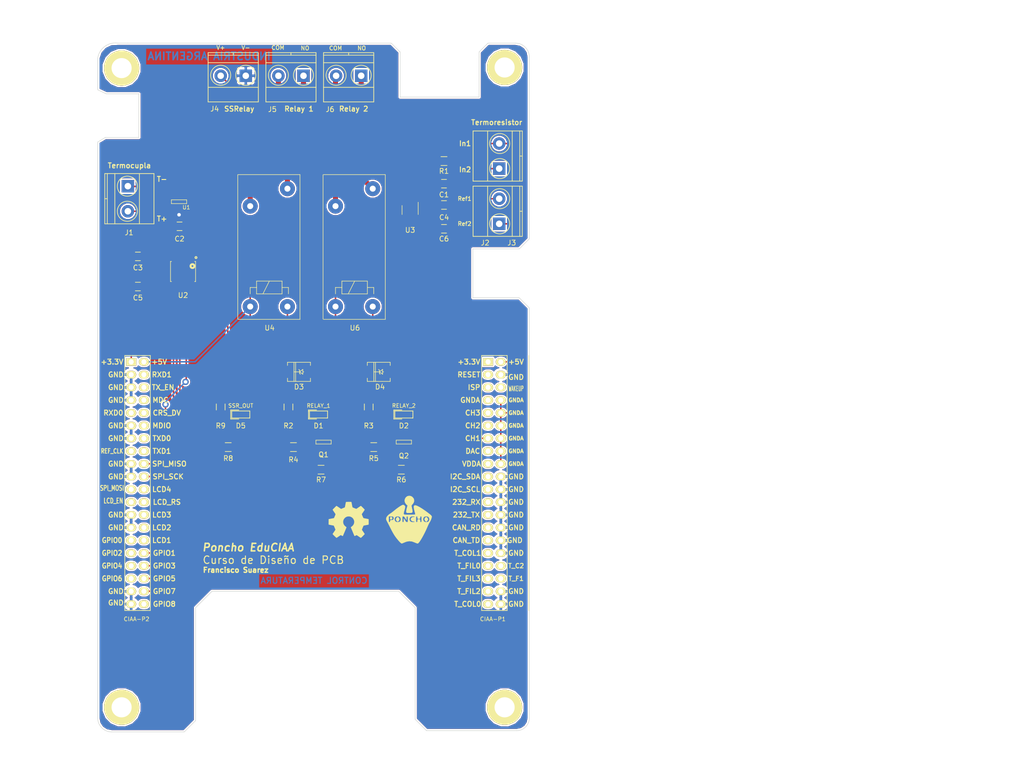
<source format=kicad_pcb>
(kicad_pcb (version 4) (host pcbnew 4.0.7-e1-6374~58~ubuntu16.04.1)
  (title_block (title "Poncho Edu CIAA - Esquemático Jerarquico") (date 2017-07-13) (rev "Autor: Francisco Suárez") (company "CESE - Trabajo final de la materia \"Diseño de Circuitos Impresos\"") (comment 1 "Licencia: 'Docs/Licencia.txt\"") (comment 2 "Revisor:  Mariano Orlante") (comment 3 "Autor: Francisco Suárez"))
  (layers (0 F.Cu mixed) (31 B.Cu mixed hide) (37 F.SilkS user) (39 F.Mask user) (44 Edge.Cuts user))
  (net 0 "")
  (net 1 "Net-(C2-Pad1)")
  (net 2 "Net-(C2-Pad2)")
  (net 3 GND)
  (net 4 +5V)
  (net 5 "Net-(D1-Pad1)")
  (net 6 "Net-(D1-Pad2)")
  (net 7 "Net-(D2-Pad1)")
  (net 8 "Net-(D2-Pad2)")
  (net 9 "Net-(D5-Pad2)")
  (net 10 "Net-(F1-Pad1)")
  (net 11 "Net-(F2-Pad1)")
  (net 12 "Net-(J2-Pad2)")
  (net 13 "Net-(J4-Pad2)")
  (net 14 "Net-(J5-Pad1)")
  (net 15 "Net-(J5-Pad2)")
  (net 16 "Net-(J6-Pad1)")
  (net 17 "Net-(J6-Pad2)")
  (net 18 "Net-(Q1-Pad1)")
  (net 19 "Net-(Q2-Pad1)")
  (net 20 /conector_ciaa/GPIO_3)
  (net 21 /conector_ciaa/GPIO_1)
  (net 22 /inputs_temp/SCK_TCUP)
  (net 23 /inputs_temp/MISO_TCUP)
  (net 24 "Net-(U2-Pad8)")
  (net 25 /conector_ciaa/ADC_1)
  (net 26 "Net-(XA1-Pad11)")
  (net 27 "Net-(XA1-Pad6)")
  (net 28 "Net-(XA1-Pad15)")
  (net 29 "Net-(XA1-Pad17)")
  (net 30 "Net-(XA1-Pad19)")
  (net 31 "Net-(XA1-Pad21)")
  (net 32 "Net-(XA1-Pad23)")
  (net 33 "Net-(XA1-Pad25)")
  (net 34 "Net-(XA1-Pad27)")
  (net 35 "Net-(XA1-Pad29)")
  (net 36 "Net-(XA1-Pad31)")
  (net 37 "Net-(XA1-Pad33)")
  (net 38 "Net-(XA1-Pad34)")
  (net 39 "Net-(XA1-Pad36)")
  (net 40 "Net-(XA1-Pad35)")
  (net 41 "Net-(XA1-Pad37)")
  (net 42 "Net-(XA1-Pad3)")
  (net 43 "Net-(XA1-Pad5)")
  (net 44 "Net-(XA1-Pad7)")
  (net 45 "Net-(XA1-Pad9)")
  (net 46 "Net-(XA1-Pad39)")
  (net 47 "Net-(XA1-Pad44)")
  (net 48 "Net-(XA1-Pad46)")
  (net 49 "Net-(XA1-Pad48)")
  (net 50 "Net-(XA1-Pad49)")
  (net 51 "Net-(XA1-Pad50)")
  (net 52 "Net-(XA1-Pad52)")
  (net 53 "Net-(XA1-Pad54)")
  (net 54 "Net-(XA1-Pad55)")
  (net 55 "Net-(XA1-Pad56)")
  (net 56 "Net-(XA1-Pad61)")
  (net 57 "Net-(XA1-Pad62)")
  (net 58 "Net-(XA1-Pad63)")
  (net 59 "Net-(XA1-Pad64)")
  (net 60 "Net-(XA1-Pad66)")
  (net 61 "Net-(XA1-Pad68)")
  (net 62 "Net-(XA1-Pad70)")
  (net 63 "Net-(XA1-Pad73)")
  (net 64 "Net-(XA1-Pad75)")
  (net 65 "Net-(XA1-Pad80)")
  (net 66 "Net-(C1-Pad2)")
  (net 67 "Net-(F3-Pad1)")
  (net 68 GNDA)
  (net 69 /conector_ciaa/GPIO_5)
  (net 70 /conector_ciaa/GPIO_7)
  (net 71 "Net-(XA1-Pad69)")
  (net 72 "Net-(XA1-Pad71)")
  (net 73 +3V3)
  (net 74 +5VD)
  (net 75 "Net-(XA1-Pad1)")
  (module footprints:TerminalBlock_Pheonix_MKDS1.5-2pol (layer F.Cu) (at 158 57.5 90)
    (fp_text reference J2 (at -14.8 -2.8 180) (layer F.SilkS))
    (fp_text value Screw_Terminal_1x02)
    (pad 1 thru_hole rect (at 0 0 90) (size 2.5 2.5) (drill 1.3) (layers *.Cu *.Mask) (net 4 +5V))
    (pad 2 thru_hole circle (at 5 0 90) (size 2.5 2.5) (drill 1.3) (layers *.Cu *.Mask) (net 12 "Net-(J2-Pad2)"))
  )
  (module footprints:Conn_Poncho_Completo (layer F.Cu) (at 155.78 96.02)
    (fp_text reference XA1 hide)
    (fp_text value Conn_Poncho2P_2x_20x2 hide)
    (fp_text user GPIO8 (at -64.516 48.26) (layer F.SilkS) (effects (font (thickness 0.2))))
    (fp_text user GPIO7 (at -64.516 45.72) (layer F.SilkS) (effects (font (thickness 0.2))))
    (fp_text user GPIO5 (at -64.516 43.18) (layer F.SilkS) (effects (font (thickness 0.2))))
    (fp_text user GPIO3 (at -64.516 40.64) (layer F.SilkS) (effects (font (thickness 0.2))))
    (fp_text user GPIO1 (at -64.516 38.1) (layer F.SilkS) (effects (font (thickness 0.2))))
    (fp_text user LCD1 (at -65.024 35.56) (layer F.SilkS) (effects (font (thickness 0.2))))
    (fp_text user LCD2 (at -65.024 33.02) (layer F.SilkS) (effects (font (thickness 0.2))))
    (fp_text user LCD3 (at -65.024 30.48) (layer F.SilkS) (effects (font (thickness 0.2))))
    (fp_text user LCD_RS (at -64.008 27.94) (layer F.SilkS) (effects (font (thickness 0.2))))
    (fp_text user LCD4 (at -65.024 25.4) (layer F.SilkS) (effects (font (thickness 0.2))))
    (fp_text user SPI_SCK (at -63.754 22.86) (layer F.SilkS) (effects (font (thickness 0.2))))
    (fp_text user SPI_MISO (at -63.5 20.32) (layer F.SilkS) (effects (font (thickness 0.2))))
    (fp_text user TXD1 (at -65.024 17.78) (layer F.SilkS) (effects (font (thickness 0.2))))
    (fp_text user TXD0 (at -65.024 15.24) (layer F.SilkS) (effects (font (thickness 0.2))))
    (fp_text user MDIO (at -65.024 12.7) (layer F.SilkS) (effects (font (thickness 0.2))))
    (fp_text user CRS_DV (at -64.008 10.16) (layer F.SilkS) (effects (font (thickness 0.2))))
    (fp_text user MDC (at -65.278 7.62) (layer F.SilkS) (effects (font (thickness 0.2))))
    (fp_text user TX_EN (at -64.77 5.08) (layer F.SilkS) (effects (font (thickness 0.2))))
    (fp_text user RXD1 (at -65.024 2.54) (layer F.SilkS) (effects (font (thickness 0.2))))
    (fp_text user +5V (at -65.532 0) (layer F.SilkS) (effects (font (thickness 0.2))))
    (fp_text user GND (at -74.168 48.006) (layer F.SilkS) (effects (font (thickness 0.2))))
    (fp_text user GND (at -74.168 45.72) (layer F.SilkS) (effects (font (thickness 0.2))))
    (fp_text user GPIO6 (at -74.93 43.18) (layer F.SilkS) (effects (font (size 1 0.9) (thickness 0.2))))
    (fp_text user GPIO4 (at -74.93 40.64) (layer F.SilkS) (effects (font (size 1 0.9) (thickness 0.2))))
    (fp_text user GPIO2 (at -74.93 38.1) (layer F.SilkS) (effects (font (size 1 0.9) (thickness 0.2))))
    (fp_text user GPIO0 (at -74.93 35.56) (layer F.SilkS) (effects (font (size 1 0.9) (thickness 0.2))))
    (fp_text user GND (at -74.168 33.02) (layer F.SilkS) (effects (font (thickness 0.2))))
    (fp_text user GND (at -74.168 30.48) (layer F.SilkS) (effects (font (thickness 0.2))))
    (fp_text user LCD_EN (at -74.676 27.686) (layer F.SilkS) (effects (font (size 1 0.7) (thickness 0.17))))
    (fp_text user SPI_MOSI (at -74.93 25.146) (layer F.SilkS) (effects (font (size 1 0.7) (thickness 0.17))))
    (fp_text user GND (at -74.168 22.86) (layer F.SilkS) (effects (font (thickness 0.2))))
    (fp_text user GND (at -74.168 20.32) (layer F.SilkS) (effects (font (thickness 0.2))))
    (fp_text user REF_CLK (at -74.93 17.78) (layer F.SilkS) (effects (font (size 0.9 0.7) (thickness 0.175))))
    (fp_text user GND (at -74.168 15.24) (layer F.SilkS) (effects (font (thickness 0.2))))
    (fp_text user GND (at -74.168 12.7) (layer F.SilkS) (effects (font (thickness 0.2))))
    (fp_text user GND (at -74.168 7.62) (layer F.SilkS) (effects (font (thickness 0.2))))
    (fp_text user RXD0 (at -74.676 10.16) (layer F.SilkS) (effects (font (thickness 0.2))))
    (fp_text user GND (at -74.168 5.08) (layer F.SilkS) (effects (font (thickness 0.2))))
    (fp_text user GND (at -74.168 2.54) (layer F.SilkS) (effects (font (thickness 0.2))))
    (fp_text user +3.3V (at -74.93 0) (layer F.SilkS) (effects (font (thickness 0.2))))
    (fp_text user GND (at 5.588 48.26) (layer F.SilkS) (effects (font (thickness 0.2))))
    (fp_text user GND (at 5.588 45.72) (layer F.SilkS) (effects (font (thickness 0.2))))
    (fp_text user T_F1 (at 5.588 43.18) (layer F.SilkS) (effects (font (size 0.9 0.9) (thickness 0.18))))
    (fp_text user T_C2 (at 5.588 40.64) (layer F.SilkS) (effects (font (size 0.9 0.9) (thickness 0.18))))
    (fp_text user GND (at 5.588 38.1) (layer F.SilkS) (effects (font (thickness 0.2))))
    (fp_text user GND (at 5.334 35.56) (layer F.SilkS) (effects (font (thickness 0.2))))
    (fp_text user GND (at 5.588 33.02) (layer F.SilkS) (effects (font (thickness 0.2))))
    (fp_text user GND (at 5.588 30.48) (layer F.SilkS) (effects (font (thickness 0.2))))
    (fp_text user GND (at 5.588 27.94) (layer F.SilkS) (effects (font (thickness 0.2))))
    (fp_text user GND (at 5.588 25.4) (layer F.SilkS) (effects (font (thickness 0.2))))
    (fp_text user GND (at 5.588 22.86) (layer F.SilkS) (effects (font (thickness 0.2))))
    (fp_text user GNDA (at 5.588 20.32) (layer F.SilkS) (effects (font (size 0.76 0.76) (thickness 0.19))))
    (fp_text user GNDA (at 5.588 17.78) (layer F.SilkS) (effects (font (size 0.76 0.76) (thickness 0.19))))
    (fp_text user GNDA (at 5.588 15.24) (layer F.SilkS) (effects (font (size 0.76 0.76) (thickness 0.19))))
    (fp_text user GNDA (at 5.588 12.7) (layer F.SilkS) (effects (font (size 0.76 0.76) (thickness 0.19))))
    (fp_text user GNDA (at 5.588 10.16) (layer F.SilkS) (effects (font (size 0.76 0.76) (thickness 0.19))))
    (fp_text user GNDA (at 5.588 7.62) (layer F.SilkS) (effects (font (size 0.76 0.76) (thickness 0.19))))
    (fp_text user WAKEUP (at 5.588 5.334) (layer F.SilkS) (effects (font (size 1 0.5) (thickness 0.125))))
    (fp_text user GND (at 5.588 3.048) (layer F.SilkS) (effects (font (thickness 0.2))))
    (fp_text user +5V (at 5.588 0) (layer F.SilkS) (effects (font (thickness 0.2))))
    (fp_text user T_COL0 (at -4.064 48.26) (layer F.SilkS) (effects (font (thickness 0.2))))
    (fp_text user T_FIL2 (at -3.81 45.72) (layer F.SilkS) (effects (font (thickness 0.2))))
    (fp_text user T_FIL3 (at -3.81 43.18) (layer F.SilkS) (effects (font (thickness 0.2))))
    (fp_text user T_FIL0 (at -3.81 40.64) (layer F.SilkS) (effects (font (thickness 0.2))))
    (fp_text user T_COL1 (at -4.064 38.1) (layer F.SilkS) (effects (font (thickness 0.2))))
    (fp_text user CAN_TD (at -4.318 35.56) (layer F.SilkS) (effects (font (thickness 0.2))))
    (fp_text user CAN_RD (at -4.318 33.02) (layer F.SilkS) (effects (font (thickness 0.2))))
    (fp_text user 232_TX (at -4.318 30.48) (layer F.SilkS) (effects (font (thickness 0.2))))
    (fp_text user 232_RX (at -4.318 27.94) (layer F.SilkS) (effects (font (thickness 0.2))))
    (fp_text user I2C_SCL (at -4.572 25.4) (layer F.SilkS) (effects (font (thickness 0.2))))
    (fp_text user I2C_SDA (at -4.572 22.86) (layer F.SilkS) (effects (font (thickness 0.2))))
    (fp_text user VDDA (at -3.302 20.32) (layer F.SilkS) (effects (font (thickness 0.2))))
    (fp_text user DAC (at -3.048 17.78) (layer F.SilkS) (effects (font (thickness 0.2))))
    (fp_text user CH1 (at -3.048 15.24) (layer F.SilkS) (effects (font (thickness 0.2))))
    (fp_text user CH2 (at -3.048 12.7) (layer F.SilkS) (effects (font (thickness 0.2))))
    (fp_text user CH3 (at -3.048 10.16) (layer F.SilkS) (effects (font (thickness 0.2))))
    (fp_text user GNDA (at -3.556 7.62) (layer F.SilkS) (effects (font (thickness 0.2))))
    (fp_text user ISP (at -2.794 5.08) (layer F.SilkS) (effects (font (thickness 0.2))))
    (fp_text user RESET (at -3.81 2.54) (layer F.SilkS) (effects (font (thickness 0.2))))
    (fp_text user CIAA-P2 (at -70.05 51.25) (layer F.SilkS) (effects (font (size 0.8 0.8) (thickness 0.12))))
    (fp_text user CIAA-P1 (at 0.95 51.25) (layer F.SilkS) (effects (font (size 0.8 0.8) (thickness 0.12))))
    (fp_text user +3.3V (at -3.81 0) (layer F.SilkS) (effects (font (thickness 0.2))))
    (pad 1 thru_hole rect (at 0 0 270) (size 1.524 2) (drill 1.016) (layers *.Cu *.Mask F.SilkS) (net 75 "Net-(XA1-Pad1)"))
    (pad 2 thru_hole oval (at 2.54 0 270) (size 1.524 2) (drill 1.016) (layers *.Cu *.Mask F.SilkS) (net 4 +5V))
    (pad 11 thru_hole oval (at 0 12.7 270) (size 1.524 2) (drill 1.016) (layers *.Cu *.Mask F.SilkS) (net 26 "Net-(XA1-Pad11)"))
    (pad 4 thru_hole oval (at 2.54 2.54 270) (size 1.524 2) (drill 1.016) (layers *.Cu *.Mask F.SilkS) (net 3 GND))
    (pad 13 thru_hole oval (at 0 15.24 270) (size 1.524 2) (drill 1.016) (layers *.Cu *.Mask F.SilkS) (net 25 /conector_ciaa/ADC_1))
    (pad 6 thru_hole oval (at 2.54 5.08 270) (size 1.524 2) (drill 1.016) (layers *.Cu *.Mask F.SilkS) (net 27 "Net-(XA1-Pad6)"))
    (pad 15 thru_hole oval (at 0 17.78 270) (size 1.524 2) (drill 1.016) (layers *.Cu *.Mask F.SilkS) (net 28 "Net-(XA1-Pad15)"))
    (pad 8 thru_hole oval (at 2.54 7.62 270) (size 1.524 2) (drill 1.016) (layers *.Cu *.Mask F.SilkS) (net 68 GNDA))
    (pad 17 thru_hole oval (at 0 20.32 270) (size 1.524 2) (drill 1.016) (layers *.Cu *.Mask F.SilkS) (net 29 "Net-(XA1-Pad17)"))
    (pad 10 thru_hole oval (at 2.54 10.16 270) (size 1.524 2) (drill 1.016) (layers *.Cu *.Mask F.SilkS) (net 68 GNDA))
    (pad 19 thru_hole oval (at 0 22.86 270) (size 1.524 2) (drill 1.016) (layers *.Cu *.Mask F.SilkS) (net 30 "Net-(XA1-Pad19)"))
    (pad 12 thru_hole oval (at 2.54 12.7 270) (size 1.524 2) (drill 1.016) (layers *.Cu *.Mask F.SilkS) (net 68 GNDA))
    (pad 21 thru_hole oval (at 0 25.4 270) (size 1.524 2) (drill 1.016) (layers *.Cu *.Mask F.SilkS) (net 31 "Net-(XA1-Pad21)"))
    (pad 14 thru_hole oval (at 2.54 15.24 270) (size 1.524 2) (drill 1.016) (layers *.Cu *.Mask F.SilkS) (net 68 GNDA))
    (pad 23 thru_hole oval (at 0 27.94 270) (size 1.524 2) (drill 1.016) (layers *.Cu *.Mask F.SilkS) (net 32 "Net-(XA1-Pad23)"))
    (pad 16 thru_hole oval (at 2.54 17.78 270) (size 1.524 2) (drill 1.016) (layers *.Cu *.Mask F.SilkS) (net 68 GNDA))
    (pad 25 thru_hole oval (at 0 30.48 270) (size 1.524 2) (drill 1.016) (layers *.Cu *.Mask F.SilkS) (net 33 "Net-(XA1-Pad25)"))
    (pad 18 thru_hole oval (at 2.54 20.32 270) (size 1.524 2) (drill 1.016) (layers *.Cu *.Mask F.SilkS) (net 68 GNDA))
    (pad 27 thru_hole oval (at 0 33.02 270) (size 1.524 2) (drill 1.016) (layers *.Cu *.Mask F.SilkS) (net 34 "Net-(XA1-Pad27)"))
    (pad 20 thru_hole oval (at 2.54 22.86 270) (size 1.524 2) (drill 1.016) (layers *.Cu *.Mask F.SilkS) (net 3 GND))
    (pad 29 thru_hole oval (at 0 35.56 270) (size 1.524 2) (drill 1.016) (layers *.Cu *.Mask F.SilkS) (net 35 "Net-(XA1-Pad29)"))
    (pad 22 thru_hole oval (at 2.54 25.4 270) (size 1.524 2) (drill 1.016) (layers *.Cu *.Mask F.SilkS) (net 3 GND))
    (pad 31 thru_hole oval (at 0 38.1 270) (size 1.524 2) (drill 1.016) (layers *.Cu *.Mask F.SilkS) (net 36 "Net-(XA1-Pad31)"))
    (pad 24 thru_hole oval (at 2.54 27.94 270) (size 1.524 2) (drill 1.016) (layers *.Cu *.Mask F.SilkS) (net 3 GND))
    (pad 26 thru_hole oval (at 2.54 30.48 270) (size 1.524 2) (drill 1.016) (layers *.Cu *.Mask F.SilkS) (net 3 GND))
    (pad 33 thru_hole oval (at 0 40.64 270) (size 1.524 2) (drill 1.016) (layers *.Cu *.Mask F.SilkS) (net 37 "Net-(XA1-Pad33)"))
    (pad 28 thru_hole oval (at 2.54 33.02 270) (size 1.524 2) (drill 1.016) (layers *.Cu *.Mask F.SilkS) (net 3 GND))
    (pad 32 thru_hole oval (at 2.54 38.1 270) (size 1.524 2) (drill 1.016) (layers *.Cu *.Mask F.SilkS) (net 3 GND))
    (pad 34 thru_hole oval (at 2.54 40.64 270) (size 1.524 2) (drill 1.016) (layers *.Cu *.Mask F.SilkS) (net 38 "Net-(XA1-Pad34)"))
    (pad 36 thru_hole oval (at 2.54 43.18 270) (size 1.524 2) (drill 1.016) (layers *.Cu *.Mask F.SilkS) (net 39 "Net-(XA1-Pad36)"))
    (pad 38 thru_hole oval (at 2.54 45.72 270) (size 1.524 2) (drill 1.016) (layers *.Cu *.Mask F.SilkS) (net 3 GND))
    (pad 35 thru_hole oval (at 0 43.18 270) (size 1.524 2) (drill 1.016) (layers *.Cu *.Mask F.SilkS) (net 40 "Net-(XA1-Pad35)"))
    (pad 37 thru_hole oval (at 0 45.72 270) (size 1.524 2) (drill 1.016) (layers *.Cu *.Mask F.SilkS) (net 41 "Net-(XA1-Pad37)"))
    (pad 3 thru_hole oval (at 0 2.54 270) (size 1.524 2) (drill 1.016) (layers *.Cu *.Mask F.SilkS) (net 42 "Net-(XA1-Pad3)"))
    (pad 5 thru_hole oval (at 0 5.08 270) (size 1.524 2) (drill 1.016) (layers *.Cu *.Mask F.SilkS) (net 43 "Net-(XA1-Pad5)"))
    (pad 7 thru_hole oval (at 0 7.62 270) (size 1.524 2) (drill 1.016) (layers *.Cu *.Mask F.SilkS) (net 44 "Net-(XA1-Pad7)"))
    (pad 9 thru_hole oval (at 0 10.16 270) (size 1.524 2) (drill 1.016) (layers *.Cu *.Mask F.SilkS) (net 45 "Net-(XA1-Pad9)"))
    (pad 39 thru_hole oval (at 0 48.26 270) (size 1.524 2) (drill 1.016) (layers *.Cu *.Mask F.SilkS) (net 46 "Net-(XA1-Pad39)"))
    (pad 40 thru_hole oval (at 2.54 48.26 270) (size 1.524 2) (drill 1.016) (layers *.Cu *.Mask F.SilkS) (net 3 GND))
    (pad 30 thru_hole oval (at 2.54 35.56 270) (size 1.524 2) (drill 1.016) (layers *.Cu *.Mask F.SilkS) (net 3 GND))
    (pad 41 thru_hole rect (at -71.12 0 270) (size 1.524 2) (drill 1.016) (layers *.Cu *.Mask F.SilkS) (net 73 +3V3))
    (pad 42 thru_hole oval (at -68.58 0 270) (size 1.524 2) (drill 1.016) (layers *.Cu *.Mask F.SilkS) (net 74 +5VD))
    (pad 43 thru_hole oval (at -71.12 2.54 270) (size 1.524 2) (drill 1.016) (layers *.Cu *.Mask F.SilkS) (net 3 GND))
    (pad 44 thru_hole oval (at -68.58 2.54 270) (size 1.524 2) (drill 1.016) (layers *.Cu *.Mask F.SilkS) (net 47 "Net-(XA1-Pad44)"))
    (pad 45 thru_hole oval (at -71.12 5.08 270) (size 1.524 2) (drill 1.016) (layers *.Cu *.Mask F.SilkS) (net 3 GND))
    (pad 46 thru_hole oval (at -68.58 5.08 270) (size 1.524 2) (drill 1.016) (layers *.Cu *.Mask F.SilkS) (net 48 "Net-(XA1-Pad46)"))
    (pad 47 thru_hole oval (at -71.12 7.62 270) (size 1.524 2) (drill 1.016) (layers *.Cu *.Mask F.SilkS) (net 3 GND))
    (pad 48 thru_hole oval (at -68.58 7.62 270) (size 1.524 2) (drill 1.016) (layers *.Cu *.Mask F.SilkS) (net 49 "Net-(XA1-Pad48)"))
    (pad 49 thru_hole oval (at -71.12 10.16 270) (size 1.524 2) (drill 1.016) (layers *.Cu *.Mask F.SilkS) (net 50 "Net-(XA1-Pad49)"))
    (pad 50 thru_hole oval (at -68.58 10.16 270) (size 1.524 2) (drill 1.016) (layers *.Cu *.Mask F.SilkS) (net 51 "Net-(XA1-Pad50)"))
    (pad 51 thru_hole oval (at -71.12 12.7 270) (size 1.524 2) (drill 1.016) (layers *.Cu *.Mask F.SilkS) (net 3 GND))
    (pad 52 thru_hole oval (at -68.58 12.7 270) (size 1.524 2) (drill 1.016) (layers *.Cu *.Mask F.SilkS) (net 52 "Net-(XA1-Pad52)"))
    (pad 53 thru_hole oval (at -71.12 15.24 270) (size 1.524 2) (drill 1.016) (layers *.Cu *.Mask F.SilkS) (net 3 GND))
    (pad 54 thru_hole oval (at -68.58 15.24 270) (size 1.524 2) (drill 1.016) (layers *.Cu *.Mask F.SilkS) (net 53 "Net-(XA1-Pad54)"))
    (pad 55 thru_hole oval (at -71.12 17.78 270) (size 1.524 2) (drill 1.016) (layers *.Cu *.Mask F.SilkS) (net 54 "Net-(XA1-Pad55)"))
    (pad 56 thru_hole oval (at -68.58 17.78 270) (size 1.524 2) (drill 1.016) (layers *.Cu *.Mask F.SilkS) (net 55 "Net-(XA1-Pad56)"))
    (pad 57 thru_hole oval (at -71.12 20.32 270) (size 1.524 2) (drill 1.016) (layers *.Cu *.Mask F.SilkS) (net 3 GND))
    (pad 58 thru_hole oval (at -68.58 20.32 270) (size 1.524 2) (drill 1.016) (layers *.Cu *.Mask F.SilkS) (net 23 /inputs_temp/MISO_TCUP))
    (pad 59 thru_hole oval (at -71.12 22.86 270) (size 1.524 2) (drill 1.016) (layers *.Cu *.Mask F.SilkS) (net 3 GND))
    (pad 60 thru_hole oval (at -68.58 22.86 270) (size 1.524 2) (drill 1.016) (layers *.Cu *.Mask F.SilkS) (net 22 /inputs_temp/SCK_TCUP))
    (pad 61 thru_hole oval (at -71.12 25.4 270) (size 1.524 2) (drill 1.016) (layers *.Cu *.Mask F.SilkS) (net 56 "Net-(XA1-Pad61)"))
    (pad 62 thru_hole oval (at -68.58 25.4 270) (size 1.524 2) (drill 1.016) (layers *.Cu *.Mask F.SilkS) (net 57 "Net-(XA1-Pad62)"))
    (pad 63 thru_hole oval (at -71.12 27.94 270) (size 1.524 2) (drill 1.016) (layers *.Cu *.Mask F.SilkS) (net 58 "Net-(XA1-Pad63)"))
    (pad 64 thru_hole oval (at -68.58 27.94 270) (size 1.524 2) (drill 1.016) (layers *.Cu *.Mask F.SilkS) (net 59 "Net-(XA1-Pad64)"))
    (pad 65 thru_hole oval (at -71.12 30.48 270) (size 1.524 2) (drill 1.016) (layers *.Cu *.Mask F.SilkS) (net 3 GND))
    (pad 66 thru_hole oval (at -68.58 30.48 270) (size 1.524 2) (drill 1.016) (layers *.Cu *.Mask F.SilkS) (net 60 "Net-(XA1-Pad66)"))
    (pad 67 thru_hole oval (at -71.12 33.02 270) (size 1.524 2) (drill 1.016) (layers *.Cu *.Mask F.SilkS) (net 3 GND))
    (pad 68 thru_hole oval (at -68.58 33.02 270) (size 1.524 2) (drill 1.016) (layers *.Cu *.Mask F.SilkS) (net 61 "Net-(XA1-Pad68)"))
    (pad 69 thru_hole oval (at -71.12 35.56 270) (size 1.524 2) (drill 1.016) (layers *.Cu *.Mask F.SilkS) (net 71 "Net-(XA1-Pad69)"))
    (pad 70 thru_hole oval (at -68.58 35.56 270) (size 1.524 2) (drill 1.016) (layers *.Cu *.Mask F.SilkS) (net 62 "Net-(XA1-Pad70)"))
    (pad 71 thru_hole oval (at -71.12 38.1 270) (size 1.524 2) (drill 1.016) (layers *.Cu *.Mask F.SilkS) (net 72 "Net-(XA1-Pad71)"))
    (pad 72 thru_hole oval (at -68.58 38.1 270) (size 1.524 2) (drill 1.016) (layers *.Cu *.Mask F.SilkS) (net 21 /conector_ciaa/GPIO_1))
    (pad 73 thru_hole oval (at -71.12 40.64 270) (size 1.524 2) (drill 1.016) (layers *.Cu *.Mask F.SilkS) (net 63 "Net-(XA1-Pad73)"))
    (pad 74 thru_hole oval (at -68.58 40.64 270) (size 1.524 2) (drill 1.016) (layers *.Cu *.Mask F.SilkS) (net 20 /conector_ciaa/GPIO_3))
    (pad 75 thru_hole oval (at -71.12 43.18 270) (size 1.524 2) (drill 1.016) (layers *.Cu *.Mask F.SilkS) (net 64 "Net-(XA1-Pad75)"))
    (pad 76 thru_hole oval (at -68.58 43.18 270) (size 1.524 2) (drill 1.016) (layers *.Cu *.Mask F.SilkS) (net 69 /conector_ciaa/GPIO_5))
    (pad 77 thru_hole oval (at -71.12 45.72 270) (size 1.524 2) (drill 1.016) (layers *.Cu *.Mask F.SilkS) (net 3 GND))
    (pad 78 thru_hole oval (at -68.58 45.72 270) (size 1.524 2) (drill 1.016) (layers *.Cu *.Mask F.SilkS) (net 70 /conector_ciaa/GPIO_7))
    (pad 79 thru_hole oval (at -71.12 48.26 270) (size 1.524 2) (drill 1.016) (layers *.Cu *.Mask F.SilkS) (net 3 GND))
    (pad 80 thru_hole oval (at -68.58 48.26 270) (size 1.524 2) (drill 1.016) (layers *.Cu *.Mask F.SilkS) (net 65 "Net-(XA1-Pad80)"))
    (pad ~ thru_hole circle (at -73.025 68.834) (size 7 7) (drill 4) (layers *.Cu *.Mask F.SilkS))
    (pad ~ thru_hole circle (at 3.302 68.834) (size 7 7) (drill 4) (layers *.Cu *.Mask F.SilkS))
    (pad ~ thru_hole circle (at -73.025 -58.547) (size 7 7) (drill 4) (layers *.Cu *.Mask F.SilkS))
    (pad ~ thru_hole circle (at 3.302 -58.674) (size 7 7) (drill 4) (layers *.Cu *.Mask F.SilkS))
  )
  (module footprints:Relay_G5LE-1A-5DC-5mm (layer F.Cu) (at 133 85 90)
    (fp_text reference U6 (at -4.25 -3.75 180) (layer F.SilkS))
    (fp_text value G5LE-1A-5DC)
    (pad 5 thru_hole circle (at 0 -7.62 90) (size 2.99974 2.99974) (drill 1.19888) (layers *.Cu *.Mask) (net 74 +5VD))
    (pad 1 thru_hole circle (at 0 -0.2 90) (size 2.99974 2.99974) (drill 1.19888) (layers *.Cu *.Mask) (net 7 "Net-(D2-Pad1)"))
    (pad 4 thru_hole circle (at 20.02 -7.62 90) (size 2.99974 2.99974) (drill 1.19888) (layers *.Cu *.Mask) (net 17 "Net-(J6-Pad2)"))
    (pad 3 thru_hole circle (at 23.5 -0.2 90) (size 2.99974 2.99974) (drill 1.19888) (layers *.Cu *.Mask) (net 16 "Net-(J6-Pad1)"))
  )
  (module footprints:Relay_G5LE-1A-5DC-5mm (layer F.Cu) (at 116 85 90)
    (fp_text reference U4 (at -4.25 -3.75 180) (layer F.SilkS))
    (fp_text value G5LE-1A-5DC)
    (pad 5 thru_hole circle (at 0 -7.62 90) (size 2.99974 2.99974) (drill 1.19888) (layers *.Cu *.Mask) (net 74 +5VD))
    (pad 1 thru_hole circle (at 0 -0.2 90) (size 2.99974 2.99974) (drill 1.19888) (layers *.Cu *.Mask) (net 5 "Net-(D1-Pad1)"))
    (pad 4 thru_hole circle (at 20.02 -7.62 90) (size 2.99974 2.99974) (drill 1.19888) (layers *.Cu *.Mask) (net 15 "Net-(J5-Pad2)"))
    (pad 3 thru_hole circle (at 23.5 -0.2 90) (size 2.99974 2.99974) (drill 1.19888) (layers *.Cu *.Mask) (net 14 "Net-(J5-Pad1)"))
  )
  (module "footprints:DO-214AA(SMB)" (layer F.Cu) (at 118.1 98 180)
    (fp_text reference D3 (at 0 -3 180) (layer F.SilkS))
    (fp_text value MRA4003T3G hide)
    (pad 1 smd rect (at -2.0066 0 180) (size 1.80086 2.19964) (layers F.Cu F.Mask) (net 5 "Net-(D1-Pad1)"))
    (pad 2 smd rect (at 2.0066 0 180) (size 1.80086 2.19964) (layers F.Cu F.Mask) (net 74 +5VD))
  )
  (module "footprints:DO-214AA(SMB)" (layer F.Cu) (at 134 98 180)
    (fp_text reference D4 (at -0.25 -3 180) (layer F.SilkS))
    (fp_text value MRA4003T3G hide)
    (pad 1 smd rect (at -2.0066 0 180) (size 1.80086 2.19964) (layers F.Cu F.Mask) (net 7 "Net-(D2-Pad1)"))
    (pad 2 smd rect (at 2.0066 0 180) (size 1.80086 2.19964) (layers F.Cu F.Mask) (net 74 +5VD))
  )
  (module footprints:LED-0805 (layer F.Cu) (at 122 106.5 180)
    (fp_text reference D1 (at 0 -2.25 180) (layer F.SilkS))
    (fp_text value RELAY_1 (at 0 1.75 180) (layer F.SilkS) (effects (font (size 0.762 0.762) (thickness 0.127))))
    (pad 1 smd rect (at -1.04902 0 180) (size 1.19888 1.19888) (layers F.Cu F.Mask) (net 5 "Net-(D1-Pad1)"))
    (pad 2 smd rect (at 1.04902 0 180) (size 1.19888 1.19888) (layers F.Cu F.Mask) (net 6 "Net-(D1-Pad2)"))
  )
  (module footprints:LED-0805 (layer F.Cu) (at 139 106.5 180)
    (fp_text reference D2 (at 0 -2.25 180) (layer F.SilkS))
    (fp_text value RELAY_2 (at 0 1.75 180) (layer F.SilkS) (effects (font (size 0.762 0.762) (thickness 0.127))))
    (pad 1 smd rect (at -1.04902 0 180) (size 1.19888 1.19888) (layers F.Cu F.Mask) (net 7 "Net-(D2-Pad1)"))
    (pad 2 smd rect (at 1.04902 0 180) (size 1.19888 1.19888) (layers F.Cu F.Mask) (net 8 "Net-(D2-Pad2)"))
  )
  (module footprints:LED-0805 (layer F.Cu) (at 106.5 106.5 180)
    (fp_text reference D5 (at 0 -2.25 180) (layer F.SilkS))
    (fp_text value SSR_OUT (at 0 1.75 180) (layer F.SilkS) (effects (font (size 0.762 0.762) (thickness 0.127))))
    (pad 1 smd rect (at -1.04902 0 180) (size 1.19888 1.19888) (layers F.Cu F.Mask) (net 3 GND))
    (pad 2 smd rect (at 1.04902 0 180) (size 1.19888 1.19888) (layers F.Cu F.Mask) (net 9 "Net-(D5-Pad2)"))
  )
  (module footprints:Fiducial_1mm (layer F.Cu) (at 92 47)
    (fp_text reference F1 hide)
    (fp_text value FIDUCIAL hide)
    (pad 1 smd circle (at 0 0) (size 1 1) (layers F.Cu F.Mask) (net 10 "Net-(F1-Pad1)"))
  )
  (module footprints:Fiducial_1mm (layer F.Cu) (at 157.48 153.67)
    (fp_text reference F2 hide)
    (fp_text value FIDUCIAL hide)
    (pad 1 smd circle (at 0 0) (size 1 1) (layers F.Cu F.Mask) (net 11 "Net-(F2-Pad1)"))
  )
  (module footprints:TerminalBlock_Pheonix_MKDS1.5-2pol (layer F.Cu) (at 84 61 270)
    (fp_text reference J1 (at 9.25 -0.25 360) (layer F.SilkS))
    (fp_text value Screw_Terminal_1x02)
    (pad 1 thru_hole rect (at 0 0 270) (size 2.5 2.5) (drill 1.3) (layers *.Cu *.Mask) (net 2 "Net-(C2-Pad2)"))
    (pad 2 thru_hole circle (at 5 0 270) (size 2.5 2.5) (drill 1.3) (layers *.Cu *.Mask) (net 1 "Net-(C2-Pad1)"))
  )
  (module footprints:TerminalBlock_Pheonix_MKDS1.5-2pol (layer F.Cu) (at 158 68.5 90)
    (fp_text reference J3 (at -3.8 2.5 180) (layer F.SilkS))
    (fp_text value Screw_Terminal_1x02)
    (pad 1 thru_hole rect (at 0 0 90) (size 2.5 2.5) (drill 1.3) (layers *.Cu *.Mask) (net 12 "Net-(J2-Pad2)"))
    (pad 2 thru_hole circle (at 5 0 90) (size 2.5 2.5) (drill 1.3) (layers *.Cu *.Mask) (net 68 GNDA))
  )
  (module footprints:TerminalBlock_Pheonix_MKDS1.5-2pol (layer F.Cu) (at 107.5 39 180)
    (fp_text reference J4 (at 6.2 -6.6 180) (layer F.SilkS))
    (fp_text value Screw_Terminal_1x02)
    (pad 1 thru_hole rect (at 0 0 180) (size 2.5 2.5) (drill 1.3) (layers *.Cu *.Mask) (net 3 GND))
    (pad 2 thru_hole circle (at 5 0 180) (size 2.5 2.5) (drill 1.3) (layers *.Cu *.Mask) (net 13 "Net-(J4-Pad2)"))
  )
  (module footprints:TerminalBlock_Pheonix_MKDS1.5-2pol (layer F.Cu) (at 119 39 180)
    (fp_text reference J5 (at 6.2 -6.7 180) (layer F.SilkS))
    (fp_text value Screw_Terminal_1x02)
    (pad 1 thru_hole rect (at 0 0 180) (size 2.5 2.5) (drill 1.3) (layers *.Cu *.Mask) (net 14 "Net-(J5-Pad1)"))
    (pad 2 thru_hole circle (at 5 0 180) (size 2.5 2.5) (drill 1.3) (layers *.Cu *.Mask) (net 15 "Net-(J5-Pad2)"))
  )
  (module footprints:TerminalBlock_Pheonix_MKDS1.5-2pol (layer F.Cu) (at 130.5 39 180)
    (fp_text reference J6 (at 6.2 -6.7 180) (layer F.SilkS))
    (fp_text value Screw_Terminal_1x02)
    (pad 1 thru_hole rect (at 0 0 180) (size 2.5 2.5) (drill 1.3) (layers *.Cu *.Mask) (net 16 "Net-(J6-Pad1)"))
    (pad 2 thru_hole circle (at 5 0 180) (size 2.5 2.5) (drill 1.3) (layers *.Cu *.Mask) (net 17 "Net-(J6-Pad2)"))
  )
  (module footprints:SOIC-8 (layer F.Cu) (at 95 78 270)
    (fp_text reference U2 (at 4.75 0 360) (layer F.SilkS))
    (fp_text value MAX31855KASA+ hide)
    (pad 1 smd rect (at -2.7 -1.905 180) (size 0.6 1.52) (layers F.Cu F.Mask) (net 3 GND))
    (pad 2 smd rect (at -2.7 -0.635 180) (size 0.6 1.52) (layers F.Cu F.Mask) (net 2 "Net-(C2-Pad2)"))
    (pad 3 smd rect (at -2.7 0.635 180) (size 0.6 1.52) (layers F.Cu F.Mask) (net 1 "Net-(C2-Pad1)"))
    (pad 4 smd rect (at -2.7 1.905 180) (size 0.6 1.52) (layers F.Cu F.Mask) (net 73 +3V3))
    (pad 5 smd rect (at 2.7 1.905 180) (size 0.6 1.52) (layers F.Cu F.Mask) (net 22 /inputs_temp/SCK_TCUP))
    (pad 6 smd rect (at 2.7 0.635 180) (size 0.6 1.52) (layers F.Cu F.Mask) (net 21 /conector_ciaa/GPIO_1))
    (pad 7 smd rect (at 2.7 -0.635 180) (size 0.6 1.52) (layers F.Cu F.Mask) (net 23 /inputs_temp/MISO_TCUP))
    (pad 8 smd rect (at 2.7 -1.905 180) (size 0.6 1.52) (layers F.Cu F.Mask) (net 24 "Net-(U2-Pad8)"))
  )
  (module footprints:SOT-23-5_HandSoldering (layer F.Cu) (at 140.25 65.75 270)
    (fp_text reference U3 (at 4 0 360) (layer F.SilkS))
    (fp_text value MCP601R)
    (pad 1 smd rect (at -1.35 -0.95 270) (size 1.56 0.65) (layers F.Cu F.Mask) (net 25 /conector_ciaa/ADC_1))
    (pad 2 smd rect (at -1.35 0 270) (size 1.56 0.65) (layers F.Cu F.Mask) (net 4 +5V))
    (pad 3 smd rect (at -1.35 0.95 270) (size 1.56 0.65) (layers F.Cu F.Mask) (net 66 "Net-(C1-Pad2)"))
    (pad 4 smd rect (at 1.35 0.95 270) (size 1.56 0.65) (layers F.Cu F.Mask) (net 25 /conector_ciaa/ADC_1))
    (pad 5 smd rect (at 1.35 -0.95 270) (size 1.56 0.65) (layers F.Cu F.Mask) (net 3 GND))
  )
  (module footprints:SOT23_NPN (layer F.Cu) (at 123 112 180)
    (fp_text reference Q1 (at 0 -2.5 180) (layer F.SilkS))
    (fp_text value MMBT3904 hide)
    (pad 2 smd rect (at -0.889 -1.016 180) (size 0.9144 0.9144) (layers F.Cu F.Mask) (net 3 GND))
    (pad 1 smd rect (at 0.889 -1.016 180) (size 0.9144 0.9144) (layers F.Cu F.Mask) (net 18 "Net-(Q1-Pad1)"))
    (pad 3 smd rect (at 0 1.016 180) (size 0.9144 0.9144) (layers F.Cu F.Mask) (net 5 "Net-(D1-Pad1)"))
  )
  (module footprints:SOT23_NPN (layer F.Cu) (at 139 112 180)
    (fp_text reference Q2 (at 0 -2.75 180) (layer F.SilkS))
    (fp_text value MMBT3904 hide)
    (pad 2 smd rect (at -0.889 -1.016 180) (size 0.9144 0.9144) (layers F.Cu F.Mask) (net 3 GND))
    (pad 1 smd rect (at 0.889 -1.016 180) (size 0.9144 0.9144) (layers F.Cu F.Mask) (net 19 "Net-(Q2-Pad1)"))
    (pad 3 smd rect (at 0 1.016 180) (size 0.9144 0.9144) (layers F.Cu F.Mask) (net 7 "Net-(D2-Pad1)"))
  )
  (module footprints:C_0805_HandSoldering (layer F.Cu) (at 147 60.5 180)
    (fp_text reference C1 (at 0 -2.2 180) (layer F.SilkS))
    (fp_text value 10u)
    (pad 1 smd rect (at -1.25 0 180) (size 1.5 1.25) (layers F.Cu F.Mask) (net 3 GND))
    (pad 2 smd rect (at 1.25 0 180) (size 1.5 1.25) (layers F.Cu F.Mask) (net 66 "Net-(C1-Pad2)"))
  )
  (module footprints:C_0805_HandSoldering (layer F.Cu) (at 94.3 69)
    (fp_text reference C2 (at 0 2.5) (layer F.SilkS))
    (fp_text value 100n)
    (pad 1 smd rect (at -1.25 0) (size 1.5 1.25) (layers F.Cu F.Mask) (net 1 "Net-(C2-Pad1)"))
    (pad 2 smd rect (at 1.25 0) (size 1.5 1.25) (layers F.Cu F.Mask) (net 2 "Net-(C2-Pad2)"))
  )
  (module footprints:C_0805_HandSoldering (layer F.Cu) (at 86 75)
    (fp_text reference C3 (at 0 2.25) (layer F.SilkS))
    (fp_text value 10u)
    (pad 1 smd rect (at -1.25 0) (size 1.5 1.25) (layers F.Cu F.Mask) (net 3 GND))
    (pad 2 smd rect (at 1.25 0) (size 1.5 1.25) (layers F.Cu F.Mask) (net 73 +3V3))
  )
  (module footprints:C_0805_HandSoldering (layer F.Cu) (at 147 64.75 180)
    (fp_text reference C4 (at -0.03 -2.48 180) (layer F.SilkS))
    (fp_text value 10u)
    (pad 1 smd rect (at -1.25 0 180) (size 1.5 1.25) (layers F.Cu F.Mask) (net 3 GND))
    (pad 2 smd rect (at 1.25 0 180) (size 1.5 1.25) (layers F.Cu F.Mask) (net 4 +5V))
  )
  (module footprints:C_0805_HandSoldering (layer F.Cu) (at 86 81)
    (fp_text reference C5 (at 0 2.25) (layer F.SilkS))
    (fp_text value 100n)
    (pad 1 smd rect (at -1.25 0) (size 1.5 1.25) (layers F.Cu F.Mask) (net 3 GND))
    (pad 2 smd rect (at 1.25 0) (size 1.5 1.25) (layers F.Cu F.Mask) (net 73 +3V3))
  )
  (module footprints:C_0805_HandSoldering (layer F.Cu) (at 147 69.5 180)
    (fp_text reference C6 (at 0 -2 180) (layer F.SilkS))
    (fp_text value 100n)
    (pad 1 smd rect (at -1.25 0 180) (size 1.5 1.25) (layers F.Cu F.Mask) (net 3 GND))
    (pad 2 smd rect (at 1.25 0 180) (size 1.5 1.25) (layers F.Cu F.Mask) (net 4 +5V))
  )
  (module footprints:Fiducial_1mm (layer F.Cu) (at 88.2 155.4)
    (fp_text reference F3 hide)
    (fp_text value FIDUCIAL hide)
    (pad 1 smd circle (at 0 0) (size 1 1) (layers F.Cu F.Mask) (net 67 "Net-(F3-Pad1)"))
  )
  (module footprints:R_0805_HandSoldering (layer F.Cu) (at 147 56)
    (fp_text reference R1 (at 0 2) (layer F.SilkS))
    (fp_text value 10k)
    (pad 1 smd rect (at -1.35 0) (size 1.5 1.3) (layers F.Cu F.Mask) (net 66 "Net-(C1-Pad2)"))
    (pad 2 smd rect (at 1.35 0) (size 1.5 1.3) (layers F.Cu F.Mask) (net 12 "Net-(J2-Pad2)"))
  )
  (module footprints:R_0805_HandSoldering (layer F.Cu) (at 116 105 90)
    (fp_text reference R2 (at -3.75 0 180) (layer F.SilkS))
    (fp_text value 1k)
    (pad 1 smd rect (at -1.35 0 90) (size 1.5 1.3) (layers F.Cu F.Mask) (net 6 "Net-(D1-Pad2)"))
    (pad 2 smd rect (at 1.35 0 90) (size 1.5 1.3) (layers F.Cu F.Mask) (net 74 +5VD))
  )
  (module footprints:R_0805_HandSoldering (layer F.Cu) (at 132 105 90)
    (fp_text reference R3 (at -3.75 0 180) (layer F.SilkS))
    (fp_text value 1k)
    (pad 1 smd rect (at -1.35 0 90) (size 1.5 1.3) (layers F.Cu F.Mask) (net 8 "Net-(D2-Pad2)"))
    (pad 2 smd rect (at 1.35 0 90) (size 1.5 1.3) (layers F.Cu F.Mask) (net 74 +5VD))
  )
  (module footprints:R_0805_HandSoldering (layer F.Cu) (at 117 113 180)
    (fp_text reference R4 (at 0 -2.5 180) (layer F.SilkS))
    (fp_text value 1k)
    (pad 1 smd rect (at -1.35 0 180) (size 1.5 1.3) (layers F.Cu F.Mask) (net 18 "Net-(Q1-Pad1)"))
    (pad 2 smd rect (at 1.35 0 180) (size 1.5 1.3) (layers F.Cu F.Mask) (net 69 /conector_ciaa/GPIO_5))
  )
  (module footprints:R_0805_HandSoldering (layer F.Cu) (at 133 113 180)
    (fp_text reference R5 (at 0 -2.25 180) (layer F.SilkS))
    (fp_text value 1k)
    (pad 1 smd rect (at -1.35 0 180) (size 1.5 1.3) (layers F.Cu F.Mask) (net 19 "Net-(Q2-Pad1)"))
    (pad 2 smd rect (at 1.35 0 180) (size 1.5 1.3) (layers F.Cu F.Mask) (net 70 /conector_ciaa/GPIO_7))
  )
  (module footprints:R_0805_HandSoldering (layer F.Cu) (at 138.5 117.5 180)
    (fp_text reference R6 (at 0 -2 180) (layer F.SilkS))
    (fp_text value 10k)
    (pad 1 smd rect (at -1.35 0 180) (size 1.5 1.3) (layers F.Cu F.Mask) (net 3 GND))
    (pad 2 smd rect (at 1.35 0 180) (size 1.5 1.3) (layers F.Cu F.Mask) (net 19 "Net-(Q2-Pad1)"))
  )
  (module footprints:R_0805_HandSoldering (layer F.Cu) (at 122.5 117.5 180)
    (fp_text reference R7 (at 0 -2 180) (layer F.SilkS))
    (fp_text value 10k)
    (pad 1 smd rect (at -1.35 0 180) (size 1.5 1.3) (layers F.Cu F.Mask) (net 3 GND))
    (pad 2 smd rect (at 1.35 0 180) (size 1.5 1.3) (layers F.Cu F.Mask) (net 18 "Net-(Q1-Pad1)"))
  )
  (module footprints:R_0805_HandSoldering (layer F.Cu) (at 104 113 180)
    (fp_text reference R8 (at 0 -2.25 180) (layer F.SilkS))
    (fp_text value 1k)
    (pad 1 smd rect (at -1.35 0 180) (size 1.5 1.3) (layers F.Cu F.Mask) (net 9 "Net-(D5-Pad2)"))
    (pad 2 smd rect (at 1.35 0 180) (size 1.5 1.3) (layers F.Cu F.Mask) (net 20 /conector_ciaa/GPIO_3))
  )
  (module footprints:R_0805_HandSoldering (layer F.Cu) (at 102.5 105 270)
    (fp_text reference R9 (at 3.75 0 360) (layer F.SilkS))
    (fp_text value 100)
    (pad 1 smd rect (at -1.35 0 270) (size 1.5 1.3) (layers F.Cu F.Mask) (net 13 "Net-(J4-Pad2)"))
    (pad 2 smd rect (at 1.35 0 270) (size 1.5 1.3) (layers F.Cu F.Mask) (net 20 /conector_ciaa/GPIO_3))
  )
  (module footprints:Logo_OSHWA (layer F.Cu) (at 128 127.5)
    (fp_text reference G101 hide)
    (fp_text value Logo_OSHWA hide)
  )
  (module footprints:Logo_Poncho (layer F.Cu) (at 140 127.5)
    (fp_text reference G*** hide)
    (fp_text value LOGO hide)
  )
  (module footprints:SOT23_NPN (layer F.Cu) (at 94.2 64.1)
    (fp_text reference U1 (at 1.4528 1.1278) (layer F.SilkS) (effects (font (size 0.762 0.762) (thickness 0.12))))
    (fp_text value NUP2105LT1G hide)
    (pad 2 smd rect (at -0.889 -1.016) (size 0.9144 0.9144) (layers F.Cu F.Mask) (net 1 "Net-(C2-Pad1)"))
    (pad 1 smd rect (at 0.889 -1.016) (size 0.9144 0.9144) (layers F.Cu F.Mask) (net 2 "Net-(C2-Pad2)"))
    (pad 3 smd rect (at 0 1.016) (size 0.9144 0.9144) (layers F.Cu F.Mask) (net 3 GND))
  )
  (gr_text NO (at 130.6 33.5) (layer F.SilkS) (effects (font (size 0.8 0.8))))
  (gr_text COM (at 125.4 33.5) (layer F.SilkS) (effects (font (size 0.8 0.8))))
  (gr_text NO (at 119.3 33.5) (layer F.SilkS) (effects (font (size 0.8 0.8))))
  (gr_text COM (at 113.9 33.4) (layer F.SilkS) (effects (font (size 0.8 0.8))))
  (gr_text V+ (at 102.5 33.4) (layer F.SilkS) (effects (font (size 0.8 0.8))))
  (gr_text V- (at 107.5 33.4) (layer F.SilkS) (effects (font (size 0.8 0.8))))
  (gr_text "Relay 2" (at 129 45.6) (layer F.SilkS) (effects (font (size 1 1) (thickness 0.2))))
  (gr_text "Relay 1" (at 118.1 45.6) (layer F.SilkS) (effects (font (size 1 1) (thickness 0.2))))
  (gr_text SSRelay (at 106.2 45.6) (layer F.SilkS) (effects (font (size 1 1) (thickness 0.2))))
  (gr_text Ref1 (at 151.1 63.5) (layer F.SilkS) (effects (font (size 0.8 0.8))))
  (gr_text In1 (at 151.2 52.5) (layer F.SilkS) (effects (font (size 1 1) (thickness 0.2))))
  (gr_text In2 (at 151.2 57.7) (layer F.SilkS) (effects (font (size 1 1) (thickness 0.2))))
  (gr_text Ref2 (at 151.1 68.5) (layer F.SilkS) (effects (font (size 0.8 0.8))))
  (gr_text Termoresistor (at 157.5 48.3) (layer F.SilkS) (effects (font (size 1 1) (thickness 0.2))))
  (gr_text Termocupla (at 84.3 56.9) (layer F.SilkS) (effects (font (size 1 1) (thickness 0.2))))
  (gr_text T+ (at 90.8 67.5) (layer F.SilkS) (effects (font (size 1 1) (thickness 0.2))))
  (gr_text T- (at 90.8 59.6) (layer F.SilkS) (effects (font (size 1 1) (thickness 0.2))))
  (gr_text "CONTROL TEMPERATURA" (at 121.1 139.6) (layer B.Cu) (effects (font (size 1.2 1.2) (thickness 0.2)) (justify mirror)))
  (gr_text "INDUSTRIA ARGENTINA" (at 100.2 35.1) (layer B.Cu) (effects (font (size 1.5 1.5) (thickness 0.3)) (justify mirror)))
  (gr_line (start 86.2 51.3) (end 86.2 42.6) (layer Edge.Cuts) (width 0.1))
  (gr_line (start 78 52.2) (end 79.5 51.3) (layer Edge.Cuts) (width 0.1))
  (gr_line (start 79.7 42.6) (end 78 41.8) (layer Edge.Cuts) (width 0.1))
  (gr_arc (start 161.25 35.25) (end 161.25 32.5) (angle 90) (layer Edge.Cuts) (width 0.1))
  (gr_line (start 84 32.5) (end 136.5 32.5) (layer Edge.Cuts) (width 0.1))
  (gr_line (start 82 32.5) (end 84 32.5) (layer Edge.Cuts) (width 0.1))
  (gr_arc (start 81.5 36) (end 78 35.5) (angle 89.99998625) (layer Edge.Cuts) (width 0.1))
  (gr_line (start 78 41.8) (end 78 35.5) (layer Edge.Cuts) (width 0.1))
  (gr_line (start 79.5 51.3) (end 86.2 51.3) (layer Edge.Cuts) (width 0.1))
  (gr_line (start 78 167) (end 78 52.2) (layer Edge.Cuts) (width 0.1))
  (gr_arc (start 80.75 167) (end 80.75 169.75) (angle 90) (layer Edge.Cuts) (width 0.1))
  (gr_line (start 97.5 167.5) (end 95.25 169.75) (layer Edge.Cuts) (width 0.1))
  (gr_arc (start 161.5 167) (end 164 167) (angle 90) (layer Edge.Cuts) (width 0.1))
  (gr_line (start 138 141.75) (end 100.75 141.75) (angle 90) (layer Edge.Cuts) (width 0.1))
  (gr_line (start 141.25 145) (end 138 141.75) (angle 90) (layer Edge.Cuts) (width 0.1))
  (gr_line (start 141.25 167.25) (end 141.25 145) (angle 90) (layer Edge.Cuts) (width 0.1))
  (gr_line (start 95.25 169.75) (end 80.75 169.75) (angle 90) (layer Edge.Cuts) (width 0.1))
  (gr_line (start 97.5 145) (end 97.5 167.5) (angle 90) (layer Edge.Cuts) (width 0.1))
  (gr_line (start 100.75 141.75) (end 97.5 145) (angle 90) (layer Edge.Cuts) (width 0.1))
  (gr_line (start 143.5 169.5) (end 141.25 167.25) (angle 90) (layer Edge.Cuts) (width 0.1))
  (gr_line (start 161.5 169.5) (end 143.5 169.5) (angle 90) (layer Edge.Cuts) (width 0.1))
  (gr_line (start 164 85.25) (end 164 167) (angle 90) (layer Edge.Cuts) (width 0.1))
  (gr_line (start 162 83.25) (end 164 85.25) (angle 90) (layer Edge.Cuts) (width 0.1))
  (gr_line (start 152.75 83.25) (end 162 83.25) (angle 90) (layer Edge.Cuts) (width 0.1))
  (gr_line (start 152.75 73.5) (end 152.75 83.25) (angle 90) (layer Edge.Cuts) (width 0.1))
  (gr_line (start 162 73.5) (end 152.75 73.5) (angle 90) (layer Edge.Cuts) (width 0.1))
  (gr_line (start 164 71.5) (end 162 73.5) (angle 90) (layer Edge.Cuts) (width 0.1))
  (gr_line (start 164 35.25) (end 164 71.5) (angle 90) (layer Edge.Cuts) (width 0.1))
  (gr_line (start 155.75 32.5) (end 161.25 32.5) (angle 90) (layer Edge.Cuts) (width 0.1))
  (gr_line (start 155.5 32.75) (end 155.75 32.5) (angle 90) (layer Edge.Cuts) (width 0.1))
  (gr_line (start 154 34.25) (end 155.5 32.75) (angle 90) (layer Edge.Cuts) (width 0.1))
  (gr_line (start 154 35.25) (end 154 34.25) (angle 90) (layer Edge.Cuts) (width 0.1))
  (gr_line (start 154 43.25) (end 154 35.25) (angle 90) (layer Edge.Cuts) (width 0.1))
  (gr_line (start 138.25 43.25) (end 154 43.25) (angle 90) (layer Edge.Cuts) (width 0.1))
  (gr_line (start 138.25 34.25) (end 138.25 43.25) (angle 90) (layer Edge.Cuts) (width 0.1))
  (gr_line (start 136.5 32.5) (end 138.25 34.25) (angle 90) (layer Edge.Cuts) (width 0.1))
  (gr_line (start 86.2 42.6) (end 79.7 42.6) (angle 90) (layer Edge.Cuts) (width 0.1))
  (gr_text "Curso de Diseño de PCB" (at 113 135.5) (layer F.SilkS) (effects (font (size 1.5 1.5) (thickness 0.2))))
  (gr_text "Francisco Suarez" (at 105.5 137.5) (layer F.SilkS) (effects (font (size 1 1) (thickness 0.25))))
  (gr_text "Poncho EduCIAA" (at 108 133) (layer F.SilkS) (effects (font (size 1.5 1.5) (thickness 0.3) italic)))
  (segment (start 93.311 63.084) (end 93.311 63.8412) (width 0.3) (layer F.Cu) (net 1))
  (segment (start 93.311 63.8412) (end 91.1522 66) (width 0.3) (layer F.Cu) (net 1))
  (segment (start 91.1522 66) (end 91.125 66) (width 0.3) (layer F.Cu) (net 1))
  (segment (start 93.05 69) (end 93.05 69.925) (width 0.3) (layer F.Cu) (net 1))
  (segment (start 93.05 69.925) (end 94.365 71.24) (width 0.3) (layer F.Cu) (net 1))
  (segment (start 94.365 74.24) (end 94.365 75.3) (width 0.3) (layer F.Cu) (net 1))
  (segment (start 94.365 71.24) (end 94.365 74.24) (width 0.3) (layer F.Cu) (net 1))
  (segment (start 93.15 68) (end 93.15 68.9) (width 0.3) (layer F.Cu) (net 1))
  (segment (start 91.125 66) (end 93.05 67.925) (width 0.3) (layer F.Cu) (net 1))
  (segment (start 93.05 67.925) (end 93.075 67.925) (width 0.3) (layer F.Cu) (net 1))
  (segment (start 93.075 67.925) (end 93.15 68) (width 0.3) (layer F.Cu) (net 1))
  (segment (start 93.05 69) (end 92.925 69) (width 0.3) (layer F.Cu) (net 1))
  (segment (start 91.125 66) (end 84 66) (width 0.3) (layer F.Cu) (net 1))
  (segment (start 93.05 69) (end 93.05 68.75) (width 0.3) (layer F.Cu) (net 1))
  (segment (start 93.165 69.115) (end 93.05 69) (width 0.3) (layer F.Cu) (net 1))
  (segment (start 93.15 68.9) (end 93.05 69) (width 0.3) (layer F.Cu) (net 1))
  (segment (start 95.089 63.084) (end 96.184 63.084) (width 0.3) (layer F.Cu) (net 2))
  (segment (start 96.184 63.084) (end 97 63.9) (width 0.3) (layer F.Cu) (net 2))
  (segment (start 97 63.9) (end 97 68.6) (width 0.3) (layer F.Cu) (net 2))
  (segment (start 97 68.6) (end 96.6 69) (width 0.3) (layer F.Cu) (net 2))
  (segment (start 96.6 69) (end 95.55 69) (width 0.3) (layer F.Cu) (net 2))
  (segment (start 84 61) (end 84.05 61.05) (width 0.3) (layer F.Cu) (net 2))
  (segment (start 84.05 61.05) (end 93.8122 61.05) (width 0.3) (layer F.Cu) (net 2))
  (segment (start 93.8122 61.05) (end 95.089 62.3268) (width 0.3) (layer F.Cu) (net 2))
  (segment (start 95.089 62.3268) (end 95.089 63.084) (width 0.3) (layer F.Cu) (net 2))
  (segment (start 95.55 69) (end 95.55 75.215) (width 0.3) (layer F.Cu) (net 2))
  (segment (start 95.55 75.215) (end 95.635 75.3) (width 0.3) (layer F.Cu) (net 2))
  (segment (start 84.05 61.05) (end 84 61) (width 0.3) (layer F.Cu) (net 2))
  (segment (start 94.2 65.116) (end 94.2 66.7) (width 0.3) (layer F.Cu) (net 3))
  (via (at 94.2 66.7) (size 1.27) (drill 0.7) (layers F.Cu B.Cu) (net 3))
  (segment (start 158.34 144.26) (end 158.5 144.42) (width 0.3) (layer F.Cu) (net 3))
  (segment (start 139.85 117.5) (end 140.35 117) (width 0.3) (layer F.Cu) (net 3))
  (segment (start 139.85 113.055) (end 139.889 113.016) (width 0.3) (layer F.Cu) (net 3))
  (segment (start 123.85 113.055) (end 123.889 113.016) (width 0.3) (layer F.Cu) (net 3))
  (segment (start 149.8 77.5) (end 149.8 78.1) (width 0.3) (layer F.Cu) (net 4))
  (segment (start 149.8 78.1) (end 149.8 83.7) (width 0.3) (layer F.Cu) (net 4))
  (segment (start 145.75 69.5) (end 145.75 74.05) (width 0.3) (layer F.Cu) (net 4))
  (segment (start 145.75 74.05) (end 149.8 78.1) (width 0.3) (layer F.Cu) (net 4))
  (segment (start 149.8 61.7) (end 149.8 77.5) (width 0.3) (layer F.Cu) (net 4))
  (segment (start 158.34 96) (end 159.64 96) (width 0.3) (layer F.Cu) (net 4))
  (segment (start 159.64 96) (end 160.3 95.34) (width 0.3) (layer F.Cu) (net 4))
  (segment (start 160.3 95.34) (end 160.3 87) (width 0.3) (layer F.Cu) (net 4))
  (segment (start 158 57.5) (end 154 57.5) (width 0.3) (layer F.Cu) (net 4))
  (segment (start 154 57.5) (end 149.8 61.7) (width 0.3) (layer F.Cu) (net 4))
  (segment (start 149.8 83.7) (end 152.1 86) (width 0.3) (layer F.Cu) (net 4))
  (segment (start 158.578 96) (end 158.34 96) (width 0.3) (layer F.Cu) (net 4))
  (segment (start 152.1 86) (end 159.3 86) (width 0.3) (layer F.Cu) (net 4))
  (segment (start 159.3 86) (end 160.3 87) (width 0.3) (layer F.Cu) (net 4))
  (segment (start 158.25 95.91) (end 158.34 96) (width 0.3) (layer F.Cu) (net 4))
  (segment (start 158.25 95.91) (end 158.34 96) (width 0.3) (layer F.Cu) (net 4))
  (segment (start 140.25 64.4) (end 140.25 62.75) (width 0.3) (layer F.Cu) (net 4))
  (segment (start 143 62) (end 145.75 64.75) (width 0.3) (layer F.Cu) (net 4))
  (segment (start 141 62) (end 143 62) (width 0.3) (layer F.Cu) (net 4))
  (segment (start 140.25 62.75) (end 141 62) (width 0.3) (layer F.Cu) (net 4))
  (segment (start 145.75 69.5) (end 145.75 64.75) (width 0.3) (layer F.Cu) (net 4))
  (segment (start 115.8 85) (end 115.8 93.7934) (width 0.3) (layer F.Cu) (net 5))
  (segment (start 115.8 93.7934) (end 120.0066 98) (width 0.3) (layer F.Cu) (net 5))
  (segment (start 120.0066 98) (end 120.0066 100.0066) (width 0.3) (layer F.Cu) (net 5))
  (segment (start 123.04902 103.04902) (end 123.04902 106.5) (width 0.3) (layer F.Cu) (net 5))
  (segment (start 120.0066 100.0066) (end 123.04902 103.04902) (width 0.3) (layer F.Cu) (net 5))
  (segment (start 123 110.984) (end 123 106.54902) (width 0.3) (layer F.Cu) (net 5))
  (segment (start 123 106.54902) (end 123.04902 106.5) (width 0.3) (layer F.Cu) (net 5))
  (segment (start 120.95098 106.5) (end 116.15 106.5) (width 0.3) (layer F.Cu) (net 6))
  (segment (start 116.15 106.5) (end 116 106.35) (width 0.3) (layer F.Cu) (net 6))
  (segment (start 132.8 85) (end 132.8 94.7934) (width 0.3) (layer F.Cu) (net 7))
  (segment (start 132.8 94.7934) (end 136.0066 98) (width 0.3) (layer F.Cu) (net 7))
  (segment (start 140.04902 107) (end 140.04902 104.04902) (width 0.3) (layer F.Cu) (net 7))
  (segment (start 136.0066 100.0066) (end 136.0066 98) (width 0.3) (layer F.Cu) (net 7))
  (segment (start 140.04902 104.04902) (end 136.0066 100.0066) (width 0.3) (layer F.Cu) (net 7))
  (segment (start 140.04902 107) (end 140.04902 109.93498) (width 0.3) (layer F.Cu) (net 7))
  (segment (start 140.04902 109.93498) (end 139 110.984) (width 0.3) (layer F.Cu) (net 7))
  (segment (start 137.95098 106.5) (end 132.15 106.5) (width 0.3) (layer F.Cu) (net 8))
  (segment (start 132.15 106.5) (end 132 106.35) (width 0.3) (layer F.Cu) (net 8))
  (segment (start 132.15 107) (end 132 106.85) (width 0.3) (layer F.Cu) (net 8))
  (segment (start 105.45098 106.5) (end 105.45098 112.89902) (width 0.3) (layer F.Cu) (net 9))
  (segment (start 105.45098 112.89902) (end 105.35 113) (width 0.3) (layer F.Cu) (net 9))
  (segment (start 161.4 66.8) (end 159.7 68.5) (width 0.3) (layer F.Cu) (net 12))
  (segment (start 159.7 68.5) (end 158 68.5) (width 0.3) (layer F.Cu) (net 12))
  (segment (start 161.4 54.132234) (end 161.4 66.8) (width 0.3) (layer F.Cu) (net 12))
  (segment (start 158 52.5) (end 159.767766 52.5) (width 0.3) (layer F.Cu) (net 12))
  (segment (start 159.767766 52.5) (end 161.4 54.132234) (width 0.3) (layer F.Cu) (net 12))
  (segment (start 148.35 56) (end 150.5 56) (width 0.3) (layer F.Cu) (net 12))
  (segment (start 154 52.5) (end 158 52.5) (width 0.3) (layer F.Cu) (net 12))
  (segment (start 150.5 56) (end 154 52.5) (width 0.3) (layer F.Cu) (net 12))
  (segment (start 158 68.5) (end 157 68.5) (width 0.3) (layer F.Cu) (net 12))
  (segment (start 103.9 101.2) (end 103.9 40.4) (width 0.3) (layer F.Cu) (net 13))
  (segment (start 103.9 40.4) (end 102.5 39) (width 0.3) (layer F.Cu) (net 13))
  (segment (start 102.5 103.65) (end 102.5 102.6) (width 0.3) (layer F.Cu) (net 13))
  (segment (start 102.5 102.6) (end 103.9 101.2) (width 0.3) (layer F.Cu) (net 13))
  (segment (start 102.5 39.5) (end 103 39) (width 0.3) (layer F.Cu) (net 13))
  (segment (start 115.8 61.5) (end 115.8 53.7) (width 1) (layer F.Cu) (net 14))
  (segment (start 119 50.5) (end 119 39) (width 1) (layer F.Cu) (net 14))
  (segment (start 115.8 53.7) (end 119 50.5) (width 1) (layer F.Cu) (net 14))
  (segment (start 114 39) (end 114 48) (width 1) (layer F.Cu) (net 15))
  (segment (start 108.38 53.62) (end 108.38 64.98) (width 1) (layer F.Cu) (net 15))
  (segment (start 114 48) (end 108.38 53.62) (width 1) (layer F.Cu) (net 15))
  (segment (start 130.5 39) (end 130.5 59.2) (width 1) (layer F.Cu) (net 16))
  (segment (start 130.5 59.2) (end 132.8 61.5) (width 1) (layer F.Cu) (net 16))
  (segment (start 125.38 64.98) (end 125.38 39.12) (width 1) (layer F.Cu) (net 17))
  (segment (start 125.38 39.12) (end 125.5 39) (width 1) (layer F.Cu) (net 17))
  (segment (start 125.38 39.12) (end 125.5 39) (width 1) (layer B.Cu) (net 17))
  (segment (start 122.111 113.016) (end 118.366 113.016) (width 0.3) (layer F.Cu) (net 18))
  (segment (start 118.366 113.016) (end 118.35 113) (width 0.3) (layer F.Cu) (net 18))
  (segment (start 121.15 117.5) (end 121.15 113.977) (width 0.3) (layer F.Cu) (net 18))
  (segment (start 121.15 113.977) (end 122.111 113.016) (width 0.3) (layer F.Cu) (net 18))
  (segment (start 137.15 117.5) (end 137.15 113.977) (width 0.3) (layer F.Cu) (net 19))
  (segment (start 137.15 113.977) (end 138.111 113.016) (width 0.3) (layer F.Cu) (net 19))
  (segment (start 134.35 113) (end 138.095 113) (width 0.3) (layer F.Cu) (net 19))
  (segment (start 138.095 113) (end 138.111 113.016) (width 0.3) (layer F.Cu) (net 19))
  (segment (start 102.65 113) (end 102.65 132.35) (width 0.3) (layer F.Cu) (net 20))
  (segment (start 98.36 136.64) (end 87.22 136.64) (width 0.3) (layer F.Cu) (net 20))
  (segment (start 102.65 132.35) (end 98.36 136.64) (width 0.3) (layer F.Cu) (net 20))
  (segment (start 102.65 113) (end 102.65 106.5) (width 0.3) (layer F.Cu) (net 20))
  (segment (start 102.65 106.5) (end 102.5 106.35) (width 0.3) (layer F.Cu) (net 20))
  (segment (start 94.365 80.7) (end 94.365 131.135) (width 0.3) (layer F.Cu) (net 21))
  (segment (start 91.4 134.1) (end 87.22 134.1) (width 0.3) (layer F.Cu) (net 21))
  (segment (start 94.365 131.135) (end 91.4 134.1) (width 0.3) (layer F.Cu) (net 21))
  (segment (start 87.32 134) (end 87.22 134.1) (width 0.3) (layer F.Cu) (net 21))
  (segment (start 93.095 80.7) (end 93.095 116.905) (width 0.3) (layer F.Cu) (net 22))
  (segment (start 91.14 118.86) (end 87.22 118.86) (width 0.3) (layer F.Cu) (net 22))
  (segment (start 93.095 116.905) (end 91.14 118.86) (width 0.3) (layer F.Cu) (net 22))
  (segment (start 95.635 80.7) (end 95.635 99.865) (width 0.3) (layer F.Cu) (net 23))
  (segment (start 89.18 116.32) (end 87.22 116.32) (width 0.3) (layer F.Cu) (net 23))
  (segment (start 91.5 114) (end 89.18 116.32) (width 0.3) (layer F.Cu) (net 23))
  (segment (start 91.5 104.5) (end 91.5 114) (width 0.3) (layer F.Cu) (net 23))
  (via (at 91.5 104.5) (size 1.27) (drill 0.7) (layers F.Cu B.Cu) (net 23))
  (segment (start 91.5 104) (end 91.5 104.5) (width 0.3) (layer B.Cu) (net 23))
  (segment (start 95.5 100) (end 91.5 104) (width 0.3) (layer B.Cu) (net 23))
  (via (at 95.5 100) (size 1.27) (drill 0.7) (layers F.Cu B.Cu) (net 23))
  (segment (start 95.635 99.865) (end 95.5 100) (width 0.3) (layer F.Cu) (net 23))
  (segment (start 155.8 111.24) (end 148.74 111.24) (width 0.3) (layer F.Cu) (net 25))
  (segment (start 144 106.5) (end 144 75) (width 0.3) (layer F.Cu) (net 25))
  (segment (start 148.74 111.24) (end 144 106.5) (width 0.3) (layer F.Cu) (net 25))
  (segment (start 139.3 67.1) (end 139.3 70.3) (width 0.3) (layer F.Cu) (net 25))
  (segment (start 142.9 64.4) (end 144 65.5) (width 0.3) (layer F.Cu) (net 25))
  (segment (start 144 65.5) (end 144 75) (width 0.3) (layer F.Cu) (net 25))
  (segment (start 142.9 64.4) (end 141.2 64.4) (width 0.3) (layer F.Cu) (net 25))
  (segment (start 139.3 70.3) (end 144 75) (width 0.3) (layer F.Cu) (net 25))
  (segment (start 145.75 60.5) (end 145.75 56.1) (width 0.3) (layer F.Cu) (net 66))
  (segment (start 145.75 56.1) (end 145.65 56) (width 0.3) (layer F.Cu) (net 66))
  (segment (start 145.65 56) (end 143.5 56) (width 0.3) (layer F.Cu) (net 66))
  (segment (start 143.5 56) (end 139.3 60.2) (width 0.3) (layer F.Cu) (net 66))
  (segment (start 139.3 60.2) (end 139.3 64.4) (width 0.3) (layer F.Cu) (net 66))
  (segment (start 158.32 113.8) (end 158.32 116.34) (width 0.3) (layer F.Cu) (net 68))
  (segment (start 158.32 111.26) (end 158.32 113.8) (width 0.3) (layer F.Cu) (net 68))
  (segment (start 158.32 108.72) (end 158.32 111.26) (width 0.3) (layer F.Cu) (net 68))
  (segment (start 158.32 106.18) (end 158.32 108.72) (width 0.3) (layer F.Cu) (net 68))
  (segment (start 158.32 103.64) (end 158.32 106.18) (width 0.3) (layer F.Cu) (net 68))
  (segment (start 151.2 83.9) (end 152.3 85) (width 0.3) (layer F.Cu) (net 68))
  (segment (start 152.3 85) (end 159.5 85) (width 0.3) (layer F.Cu) (net 68))
  (segment (start 151.2 65.3) (end 151.2 83.9) (width 0.3) (layer F.Cu) (net 68))
  (segment (start 153 63.5) (end 151.2 65.3) (width 0.3) (layer F.Cu) (net 68))
  (segment (start 158 63.5) (end 153 63.5) (width 0.3) (layer F.Cu) (net 68))
  (segment (start 161.5 87) (end 159.5 85) (width 0.3) (layer F.Cu) (net 68))
  (segment (start 161.5 104.3) (end 161.5 87) (width 0.3) (layer F.Cu) (net 68))
  (segment (start 158.34 106.16) (end 159.64 106.16) (width 0.3) (layer F.Cu) (net 68))
  (segment (start 159.64 106.16) (end 161.5 104.3) (width 0.3) (layer F.Cu) (net 68))
  (segment (start 87.22 139.18) (end 97.57 139.18) (width 0.3) (layer F.Cu) (net 69))
  (segment (start 111.5 113) (end 115.65 113) (width 0.3) (layer F.Cu) (net 69))
  (segment (start 105 119.5) (end 111.5 113) (width 0.3) (layer F.Cu) (net 69))
  (segment (start 105 131.75) (end 105 119.5) (width 0.3) (layer F.Cu) (net 69))
  (segment (start 97.57 139.18) (end 105 131.75) (width 0.3) (layer F.Cu) (net 69))
  (segment (start 87.22 141.72) (end 97.28 141.72) (width 0.3) (layer F.Cu) (net 70))
  (segment (start 131.65 118.1) (end 131.65 113) (width 0.3) (layer F.Cu) (net 70))
  (segment (start 129.5 120.25) (end 131.65 118.1) (width 0.3) (layer F.Cu) (net 70))
  (segment (start 109.25 120.25) (end 129.5 120.25) (width 0.3) (layer F.Cu) (net 70))
  (segment (start 107 122.5) (end 109.25 120.25) (width 0.3) (layer F.Cu) (net 70))
  (segment (start 107 132) (end 107 122.5) (width 0.3) (layer F.Cu) (net 70))
  (segment (start 97.28 141.72) (end 107 132) (width 0.3) (layer F.Cu) (net 70))
  (segment (start 87.25 81) (end 87.25 88.75) (width 0.3) (layer F.Cu) (net 73))
  (segment (start 84.68 91.32) (end 84.68 96) (width 0.3) (layer F.Cu) (net 73))
  (segment (start 87.25 88.75) (end 84.68 91.32) (width 0.3) (layer F.Cu) (net 73))
  (segment (start 87.25 81) (end 87.395 81) (width 0.3) (layer F.Cu) (net 73))
  (segment (start 87.395 81) (end 93.095 75.3) (width 0.3) (layer F.Cu) (net 73))
  (segment (start 87.25 75) (end 87.25 81) (width 0.3) (layer F.Cu) (net 73))
  (segment (start 87.25 81) (end 87.5 80.75) (width 0.3) (layer F.Cu) (net 73))
  (segment (start 87.5 80.75) (end 87.5 80.5) (width 0.3) (layer F.Cu) (net 73))
  (segment (start 87.5 80.5) (end 87.25 81) (width 0.3) (layer F.Cu) (net 73))
  (segment (start 108.38 85) (end 108.38 82.878864) (width 0.3) (layer F.Cu) (net 74))
  (segment (start 108.38 82.878864) (end 110.358864 80.9) (width 0.3) (layer F.Cu) (net 74))
  (segment (start 110.358864 80.9) (end 123.9 80.9) (width 0.3) (layer F.Cu) (net 74))
  (segment (start 123.9 80.9) (end 125.38 82.38) (width 0.3) (layer F.Cu) (net 74))
  (segment (start 125.38 82.38) (end 125.38 85) (width 0.3) (layer F.Cu) (net 74))
  (segment (start 131.9934 98) (end 129 98) (width 0.3) (layer F.Cu) (net 74))
  (segment (start 125.38 94.38) (end 125.38 85) (width 0.3) (layer F.Cu) (net 74))
  (segment (start 129 98) (end 125.38 94.38) (width 0.3) (layer F.Cu) (net 74))
  (segment (start 115.9934 98) (end 115.5 98) (width 0.3) (layer F.Cu) (net 74))
  (segment (start 115.5 98) (end 108.38 90.88) (width 0.3) (layer F.Cu) (net 74))
  (segment (start 108.38 90.88) (end 108.38 85) (width 0.3) (layer F.Cu) (net 74))
  (segment (start 87.22 96) (end 97.38 96) (width 0.3) (layer B.Cu) (net 74))
  (segment (start 97.38 96) (end 108.38 85) (width 0.3) (layer B.Cu) (net 74))
  (segment (start 132 103.65) (end 132 98.0066) (width 0.3) (layer F.Cu) (net 74))
  (segment (start 132 98.0066) (end 131.9934 98) (width 0.3) (layer F.Cu) (net 74))
  (segment (start 116 103.65) (end 116 98.0066) (width 0.3) (layer F.Cu) (net 74))
  (segment (start 116 98.0066) (end 115.9934 98) (width 0.3) (layer F.Cu) (net 74))
  (segment (start 132 98.0066) (end 131.9934 98) (width 0.3) (layer F.Cu) (net 74))
  (zone (net 3) (net_name GND) (layer F.Cu) (priority 1) (connect_pads (clearance 0.3)) (min_thickness 0.254) (fill yes (arc_segments 16) (thermal_gap 0.508) (thermal_bridge_width 0.508))
    (polygon (pts (xy 165.5 170.25) (xy 76.75 170.25) (xy 76.75 32.25) (xy 165.5 32.25)))
  )
  (zone (net 3) (net_name GND) (layer B.Cu) (connect_pads (clearance 0.3)) (min_thickness 0.254) (fill yes (arc_segments 16) (thermal_gap 0.508) (thermal_bridge_width 0.508))
    (polygon (pts (xy 75.75 31.5) (xy 164.75 31.5) (xy 164.75 171.75) (xy 75.5 171.75) (xy 75.5 31.5) (xy 75.75 31.5) (xy 76 31.5)))
  )
)
</source>
